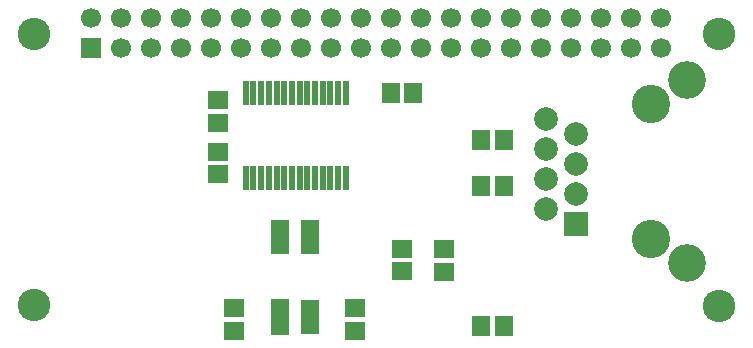
<source format=gts>
G04 DipTrace 3.0.0.2*
G04 ethernethat.GTS*
%MOMM*%
G04 #@! TF.FileFunction,Soldermask,Top*
G04 #@! TF.Part,Single*
%ADD36C,2.75*%
%ADD37C,3.25*%
%ADD43R,1.6X3.1*%
%ADD45R,1.6X2.9*%
%ADD49R,0.6X2.0*%
%ADD53C,3.2*%
%ADD55C,2.0*%
%ADD57R,2.0X2.0*%
%ADD59C,1.7*%
%ADD61R,1.7X1.7*%
%ADD63R,1.5X1.7*%
%ADD65R,1.7X1.5*%
%FSLAX35Y35*%
G04*
G71*
G90*
G75*
G01*
G04 TopMask*
%LPD*%
D63*
X3066667Y2148000D3*
X3256667D3*
X4024000Y172333D3*
X3834000D3*
D65*
X1743333Y324333D3*
Y134333D3*
X2763667Y327000D3*
Y137000D3*
X1606000Y1459667D3*
Y1649667D3*
X3523000Y826333D3*
Y636333D3*
X3161667Y830000D3*
Y640000D3*
D36*
X49667Y349000D3*
Y2649333D3*
X5850000D3*
X5849667Y348667D3*
D61*
X534333Y2527333D3*
D59*
Y2781333D3*
X788333Y2527333D3*
Y2781333D3*
X1042333Y2527333D3*
Y2781333D3*
X1296333Y2527333D3*
Y2781333D3*
X1550333Y2527333D3*
Y2781333D3*
X1804333Y2527333D3*
Y2781333D3*
X2058333Y2527333D3*
Y2781333D3*
X2312333Y2527333D3*
Y2781333D3*
X2566333Y2527333D3*
Y2781333D3*
X2820333Y2527333D3*
Y2781333D3*
X3074333Y2527333D3*
Y2781333D3*
X3328333Y2527333D3*
Y2781333D3*
X3582333Y2527333D3*
Y2781333D3*
X3836333Y2527333D3*
Y2781333D3*
X4090333Y2527333D3*
Y2781333D3*
X4344333Y2527333D3*
Y2781333D3*
X4598333Y2527333D3*
Y2781333D3*
X4852333Y2527333D3*
Y2781333D3*
X5106333Y2527333D3*
Y2781333D3*
X5360333Y2527333D3*
Y2781333D3*
D57*
X4634333Y1037667D3*
D55*
X4380333Y1164697D3*
X4634333Y1291697D3*
X4380333Y1418697D3*
X4634333Y1545697D3*
X4380333Y1672697D3*
X4634333Y1799697D3*
X4380333Y1926667D3*
D53*
X5574333Y707667D3*
Y2256667D3*
D37*
X5269333Y910667D3*
Y2053667D3*
D65*
X1604667Y1896000D3*
Y2086000D3*
D63*
X3836667Y1361333D3*
X4026667D3*
X4023333Y1751667D3*
X3833333D3*
D49*
X2686333Y2150667D3*
X2621333D3*
X2556333D3*
X2491333D3*
X2426333D3*
X2361333D3*
X2296333D3*
X2231333D3*
X2166333D3*
X2101333D3*
X2036333D3*
X1971333D3*
X1906333D3*
X1841333D3*
Y1430647D3*
X1906333Y1430667D3*
X1971333D3*
X2036333D3*
X2101333D3*
X2166333D3*
X2231333D3*
X2296333D3*
X2361333D3*
X2426333D3*
X2491333D3*
X2556333D3*
X2621333D3*
X2686333D3*
D45*
X2132333Y932667D3*
D43*
Y252667D3*
D45*
X2386333D3*
Y932667D3*
M02*

</source>
